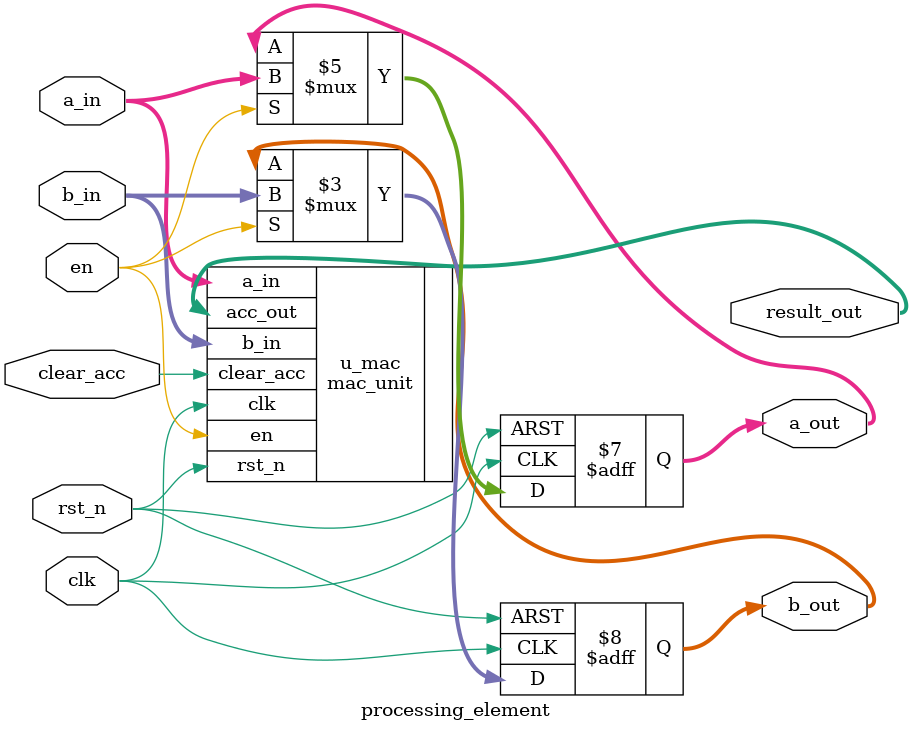
<source format=sv>

module processing_element #(
    parameter DATA_WIDTH = 8,
    parameter ACC_WIDTH  = 32
)(
    input  logic                         clk,
    input  logic                         rst_n,
    input  logic                         en,
    input  logic                         clear_acc,

    // Systolic data inputs (from north / from west)
    input  logic signed [DATA_WIDTH-1:0] a_in,       // Weight from north neighbor
    input  logic signed [DATA_WIDTH-1:0] b_in,       // Activation from west neighbor

    // Systolic data outputs (to south / to east)
    output logic signed [DATA_WIDTH-1:0] a_out,      // Weight to south neighbor
    output logic signed [DATA_WIDTH-1:0] b_out,      // Activation to east neighbor

    // Result output
    output logic signed [ACC_WIDTH-1:0]  result_out  // Accumulated result
);

    // -------------------------------------------------------------------------
    // Systolic data flow registers
    // Pass-through with 1-cycle delay for systolic timing
    // -------------------------------------------------------------------------
    always_ff @(posedge clk or negedge rst_n) begin
        if (!rst_n) begin
            a_out <= '0;
            b_out <= '0;
        end else if (en) begin
            a_out <= a_in;  // Pass weight downward
            b_out <= b_in;  // Pass activation rightward
        end
    end

    // -------------------------------------------------------------------------
    // MAC Unit instantiation
    // -------------------------------------------------------------------------
    mac_unit #(
        .DATA_WIDTH (DATA_WIDTH),
        .ACC_WIDTH  (ACC_WIDTH)
    ) u_mac (
        .clk       (clk),
        .rst_n     (rst_n),
        .en        (en),
        .clear_acc (clear_acc),
        .a_in      (a_in),
        .b_in      (b_in),
        .acc_out   (result_out)
    );

endmodule

</source>
